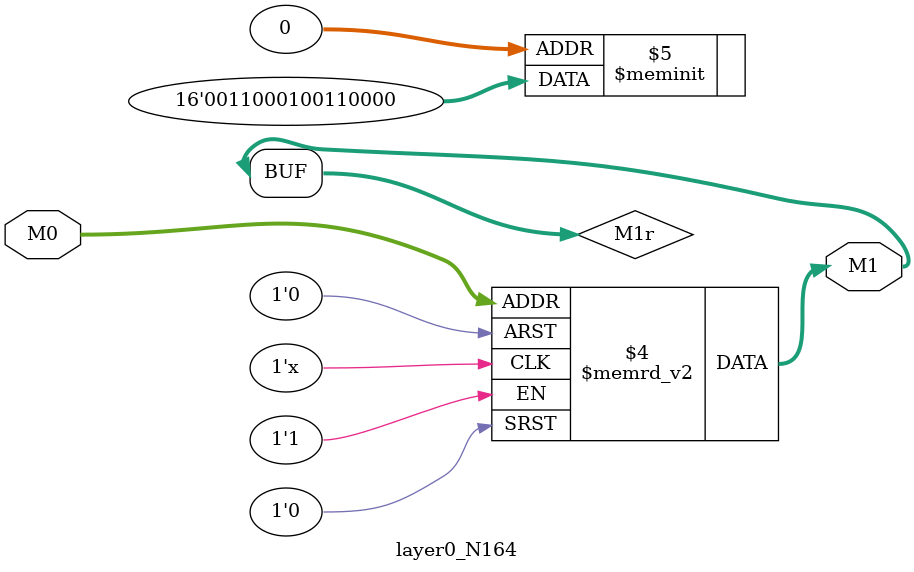
<source format=v>
module layer0_N164 ( input [2:0] M0, output [1:0] M1 );

	(*rom_style = "distributed" *) reg [1:0] M1r;
	assign M1 = M1r;
	always @ (M0) begin
		case (M0)
			3'b000: M1r = 2'b00;
			3'b100: M1r = 2'b01;
			3'b010: M1r = 2'b11;
			3'b110: M1r = 2'b11;
			3'b001: M1r = 2'b00;
			3'b101: M1r = 2'b00;
			3'b011: M1r = 2'b00;
			3'b111: M1r = 2'b00;

		endcase
	end
endmodule

</source>
